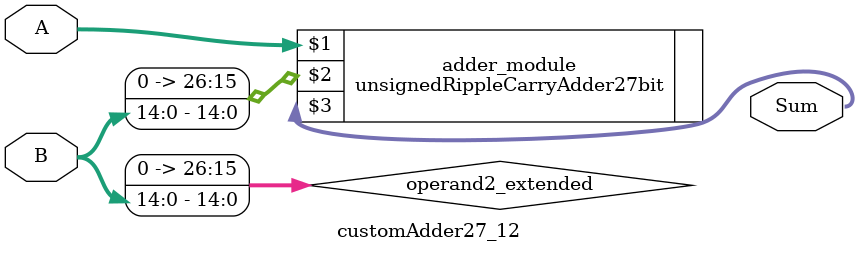
<source format=v>

module customAdder27_12(
                    input [26 : 0] A,
                    input [14 : 0] B,
                    
                    output [27 : 0] Sum
            );

    wire [26 : 0] operand2_extended;
    
    assign operand2_extended =  {12'b0, B};
    
    unsignedRippleCarryAdder27bit adder_module(
        A,
        operand2_extended,
        Sum
    );
    
endmodule
        
</source>
